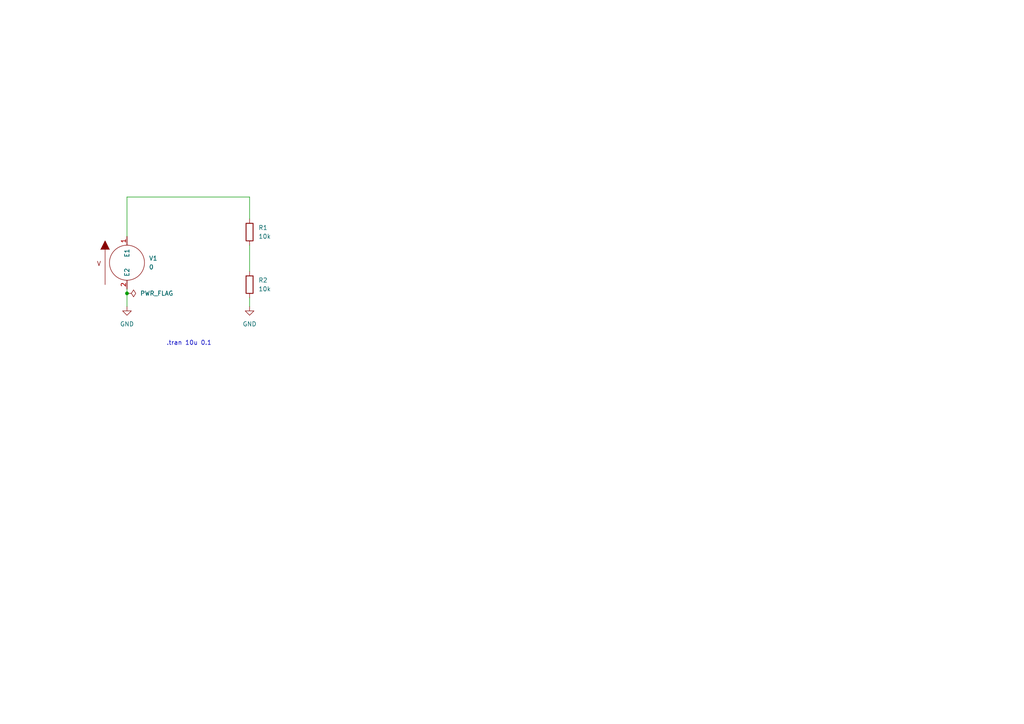
<source format=kicad_sch>
(kicad_sch (version 20211123) (generator eeschema)
  (paper "A4")
  (lib_symbols
    (symbol "Device:R" (pin_numbers hide) (pin_names (offset 0))
      (property "Reference" "R" (at 2.032 0 90))
      (property "Value" "R" (at 0 0 90))
      (symbol "R_0_1"
        (rectangle (start -1.016 -2.54) (end 1.016 2.54) (stroke (width 0.254)))
      )
      (symbol "R_1_1"
        (pin passive line (at 0 3.81 270) (length 1.27) (name "~") (number "1"))
        (pin passive line (at 0 -3.81 90) (length 1.27) (name "~") (number "2"))
      )
    )
    (symbol "power:GND" (power) (pin_names (offset 0))
      (property "Value" "GND" (at 0 -3.81 0))
      (symbol "GND_0_1"
        (polyline (pts (xy 0 0) (xy 0 -1.27) (xy 1.27 -1.27) (xy 0 -2.54) (xy -1.27 -1.27) (xy 0 -1.27)))
      )
      (symbol "GND_1_1"
        (pin power_in line (at 0 0 270) (length 0) hide (name "GND") (number "1"))
      )
    )
    (symbol "power:PWR_FLAG" (power) (pin_numbers hide) (pin_names (offset 0) hide)
      (property "Value" "PWR_FLAG" (at 0 3.81 0))
      (symbol "PWR_FLAG_0_0"
        (pin power_out line (at 0 0 90) (length 0) (name "pwr") (number "1"))
      )
      (symbol "PWR_FLAG_0_1"
        (polyline (pts (xy 0 0) (xy 0 1.27) (xy -1.016 1.905) (xy 0 2.54) (xy 1.016 1.905) (xy 0 1.27)))
      )
    )
    (symbol "pspice:VSOURCE" (pin_names (offset 1.016))
      (property "Reference" "V" (at -6.35 7.62 0))
      (property "Value" "VSOURCE" (at 0 0 0))
      (symbol "VSOURCE_0_1"
        (polyline (pts (xy -6.35 -6.35) (xy -6.35 3.81)) (fill (type outline)))
        (polyline (pts (xy -7.62 3.81) (xy -6.35 6.35) (xy -5.08 3.81)) (fill (type outline)))
        (circle (center 0 0) (radius 5.08))
        (text "V" (at -8.128 -0.254 0) (effects (font (size 1.27 1.27))))
      )
      (symbol "VSOURCE_1_1"
        (pin input line (at 0 7.62 270) (length 2.54) (name "E1") (number "1"))
        (pin input line (at 0 -7.62 90) (length 2.54) (name "E2") (number "2"))
      )
    )
  )
  (junction (at 36.83 85.09))
  (wire (pts (xy 36.83 83.82) (xy 36.83 85.09)))
  (wire (pts (xy 72.39 71.12) (xy 72.39 78.74)))
  (wire (pts (xy 36.83 57.15) (xy 72.39 57.15)))
  (wire (pts (xy 36.83 85.09) (xy 36.83 88.9)))
  (wire (pts (xy 72.39 86.36) (xy 72.39 88.9)))
  (wire (pts (xy 72.39 57.15) (xy 72.39 63.5)))
  (wire (pts (xy 36.83 68.58) (xy 36.83 57.15)))
  (text ".tran 10u 0.1\n" (at 48.26 100.33 0) (effects (font (size 1.27 1.27)) (justify left bottom)))
  (symbol (lib_id "power:GND") (at 72.39 88.9 0) (unit 1)
    (property "Reference" "#PWR01" (effects hide))
    (property "Value" "GND" (at 72.39 93.98 0))
  )
  (symbol (lib_id "Device:R") (at 72.39 82.55 0) (unit 1)
    (property "Reference" "R2" (at 74.93 81.2799 0) (effects (justify left)))
    (property "Value" "10k" (at 74.93 83.8199 0) (effects (justify left)))
  )
  (symbol (lib_id "Device:R") (at 72.39 67.31 0) (unit 1)
    (property "Reference" "R1" (at 74.93 66.0399 0) (effects (justify left)))
    (property "Value" "10k" (at 74.93 68.5799 0) (effects (justify left)))
  )
  (symbol (lib_id "power:GND") (at 36.83 88.9 0) (unit 1)
    (property "Reference" "#PWR07" (effects hide))
    (property "Value" "GND" (at 36.83 93.98 0))
  )
  (symbol (lib_id "power:PWR_FLAG") (at 36.83 85.09 270) (unit 1)
    (property "Reference" "#FLG0101" (effects hide))
    (property "Value" "PWR_FLAG" (at 40.64 85.0899 90) (effects (justify left)))
  )
  (symbol (lib_id "pspice:VSOURCE") (at 36.83 76.2 0) (unit 1)
    (property "Reference" "V1" (at 43.18 74.9299 0) (effects (justify left)))
    (property "Value" "0" (at 43.18 77.4699 0) (effects (justify left)))
    (property "Spice_Primitive" "V" (effects hide))
    (property "Spice_Model" "dc 0 ac 1 sin(0 1 50)" (effects hide))
    (property "Spice_Netlist_Enabled" "Y" (effects hide))
  )
)
</source>
